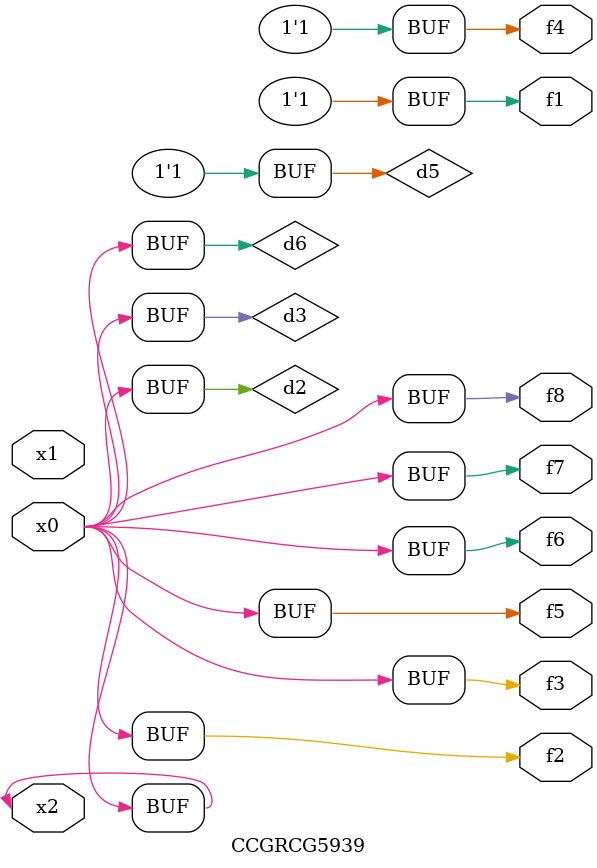
<source format=v>
module CCGRCG5939(
	input x0, x1, x2,
	output f1, f2, f3, f4, f5, f6, f7, f8
);

	wire d1, d2, d3, d4, d5, d6;

	xnor (d1, x2);
	buf (d2, x0, x2);
	and (d3, x0);
	xnor (d4, x1, x2);
	nand (d5, d1, d3);
	buf (d6, d2, d3);
	assign f1 = d5;
	assign f2 = d6;
	assign f3 = d6;
	assign f4 = d5;
	assign f5 = d6;
	assign f6 = d6;
	assign f7 = d6;
	assign f8 = d6;
endmodule

</source>
